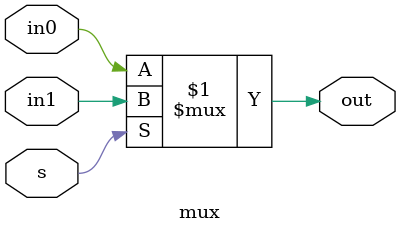
<source format=v>
module barrel_shifter(y, x, amt);
input [2:0]amt;
input [7:0]x;
output [7:0]y;
wire [7:0]p, q;

// Top_Level
mux m0(p[7], x[7], x[3], amt[2]);
mux m1(p[6], x[6], x[2], amt[2]);
mux m2(p[5], x[5], x[1], amt[2]);
mux m3(p[4], x[4], x[0], amt[2]);
mux m4(p[3], x[3], x[7], amt[2]);
mux m5(p[2], x[2], x[6], amt[2]);
mux m6(p[1], x[1], x[5], amt[2]);
mux m7(p[0], x[0], x[4], amt[2]);
// Medium_Level
mux m8(q[7], p[7], p[1], amt[1]);
mux m9(q[6], p[6], p[0], amt[1]);
mux m10(q[5], p[5], p[7], amt[1]);
mux m11(q[4], p[4], p[6], amt[1]);
mux m12(q[3], p[3], p[5], amt[1]);
mux m13(q[2], p[2], p[4], amt[1]);
mux m14(q[1], p[1], p[3], amt[1]);
mux m15(q[0], p[0], p[2], amt[1]);
// Lower_Level
mux m16(y[7], q[7], q[0], amt[0]);
mux m17(y[6], q[6], q[7], amt[0]);
mux m18(y[5], q[5], q[6], amt[0]);
mux m19(y[4], q[4], q[5], amt[0]);
mux m20(y[3], q[3], q[4], amt[0]);
mux m21(y[2], q[2], q[3], amt[0]);
mux m22(y[1], q[1], q[2], amt[0]);
mux m23(y[0], q[0], q[1], amt[0]);
endmodule


//2x1_Mux_used_for_shifter
module mux(out, in0, in1, s);
input in0, in1;
input s;
output out;
assign out = s?in1:in0;
endmodule 
</source>
